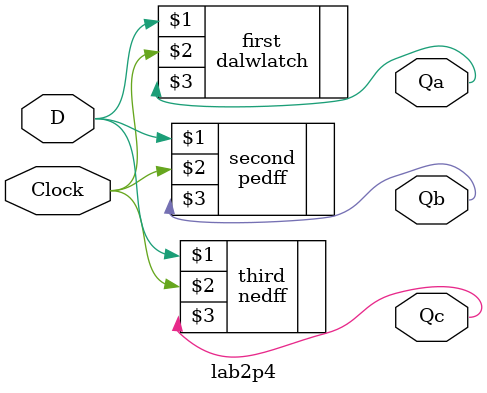
<source format=sv>
module lab2p4(input logic D, Clock,
              output logic Qa, Qb, Qc);

  dalwlatch first(D, Clock, Qa);
  pedff second(D, Clock, Qb);
  nedff third(D, Clock, Qc);

endmodule 
</source>
